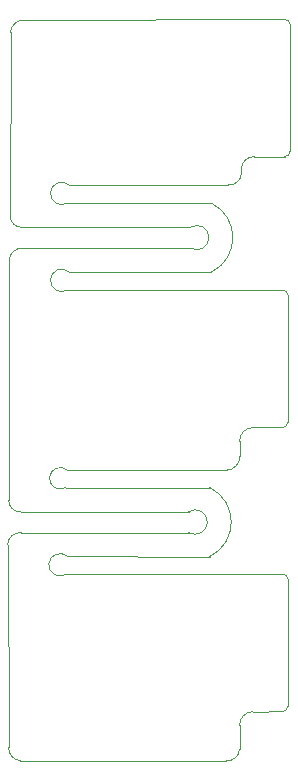
<source format=gbr>
%TF.GenerationSoftware,KiCad,Pcbnew,7.0.2*%
%TF.CreationDate,2024-09-11T13:34:27+02:00*%
%TF.ProjectId,column,636f6c75-6d6e-42e6-9b69-6361645f7063,rev?*%
%TF.SameCoordinates,Original*%
%TF.FileFunction,Profile,NP*%
%FSLAX46Y46*%
G04 Gerber Fmt 4.6, Leading zero omitted, Abs format (unit mm)*
G04 Created by KiCad (PCBNEW 7.0.2) date 2024-09-11 13:34:27*
%MOMM*%
%LPD*%
G01*
G04 APERTURE LIST*
%TA.AperFunction,Profile*%
%ADD10C,0.100000*%
%TD*%
G04 APERTURE END LIST*
D10*
X203403509Y-126502806D02*
X205923820Y-126498000D01*
X202285242Y-129674819D02*
X202273820Y-127673000D01*
X203403509Y-126502807D02*
G75*
G03*
X202273821Y-127673000I35353J-1164518D01*
G01*
X206389147Y-115324453D02*
G75*
G03*
X205915446Y-114875075I-450047J-47D01*
G01*
X206389097Y-115324453D02*
X206373198Y-126024349D01*
X205923820Y-126498019D02*
G75*
G03*
X206373197Y-126024349I-20J450019D01*
G01*
X203404689Y-102454806D02*
X205925000Y-102450000D01*
X202301180Y-104902000D02*
X202275000Y-103625000D01*
X203404689Y-102454807D02*
G75*
G03*
X202275001Y-103625000I35353J-1164518D01*
G01*
X206390276Y-91276453D02*
G75*
G03*
X205916626Y-90827076I-449999J0D01*
G01*
X206390277Y-91276453D02*
X206374378Y-101976349D01*
X205925000Y-102449999D02*
G75*
G03*
X206374377Y-101976349I0J449999D01*
G01*
X206565277Y-68351453D02*
X206549378Y-79051349D01*
X206565276Y-68351453D02*
G75*
G03*
X206091626Y-67902076I-449999J0D01*
G01*
X206100000Y-79524999D02*
G75*
G03*
X206549377Y-79051349I0J449999D01*
G01*
X203520125Y-79517777D02*
X206100000Y-79525000D01*
X202435730Y-80946814D02*
X202435730Y-80522756D01*
X203520125Y-79517777D02*
G75*
G03*
X202435730Y-80522756I-25814J-1059679D01*
G01*
X182720449Y-129540003D02*
G75*
G03*
X183725382Y-130659515I1059651J-59597D01*
G01*
X197983148Y-111350517D02*
G75*
G03*
X197983180Y-109572464I535152J889017D01*
G01*
X201298491Y-81926194D02*
X187836491Y-81926194D01*
X201171491Y-106072194D02*
X187701941Y-106072194D01*
X198117730Y-85493215D02*
X183870402Y-85508272D01*
X182865488Y-84508277D02*
G75*
G03*
X183870402Y-85508271I933212J-67123D01*
G01*
X182730833Y-108587517D02*
G75*
G03*
X183735852Y-109587520I933367J-66983D01*
G01*
X201148003Y-130679798D02*
X183725382Y-130659515D01*
X183782668Y-111350467D02*
G75*
G03*
X182645429Y-112366821I-64968J-1071733D01*
G01*
X199895718Y-89303191D02*
G75*
G03*
X199895730Y-83461215I-1446818J2920991D01*
G01*
X187701964Y-106072168D02*
G75*
G03*
X187569180Y-107540462I-603964J-685532D01*
G01*
X183917218Y-87271212D02*
G75*
G03*
X182779980Y-88287573I-64918J-1071788D01*
G01*
X182865423Y-84508272D02*
X182883491Y-68988194D01*
X201298490Y-81926202D02*
G75*
G03*
X202435729Y-80946814I100810J1032902D01*
G01*
X182645429Y-112366821D02*
X182720403Y-129540000D01*
X184020730Y-67983215D02*
X206091626Y-67902075D01*
X197983180Y-111350463D02*
X183782668Y-111350463D01*
X199761209Y-113382522D02*
G75*
G03*
X199761180Y-107540464I-1446809J2921022D01*
G01*
X201148008Y-130679734D02*
G75*
G03*
X202285242Y-129674819I76092J1059834D01*
G01*
X199895730Y-89303215D02*
X187836491Y-89281173D01*
X198117744Y-87271192D02*
G75*
G03*
X198117730Y-85493216I535056J888992D01*
G01*
X187836463Y-89281205D02*
G75*
G03*
X187703730Y-90816193I-623763J-719295D01*
G01*
X201171490Y-106072158D02*
G75*
G03*
X202301179Y-104902000I-35290J1164458D01*
G01*
X187836485Y-81926200D02*
G75*
G03*
X187703730Y-83461214I-623785J-719300D01*
G01*
X187569180Y-107540463D02*
X199761180Y-107540463D01*
X187703730Y-90816194D02*
X205916626Y-90827075D01*
X187703730Y-83461215D02*
X199895730Y-83461215D01*
X182779979Y-88287573D02*
X182730873Y-108587520D01*
X184020731Y-67983208D02*
G75*
G03*
X182883491Y-68988194I-76131J-1059792D01*
G01*
X198117730Y-87271215D02*
X183917218Y-87271215D01*
X187569180Y-114895442D02*
X205915446Y-114875075D01*
X187701969Y-113360389D02*
G75*
G03*
X187569180Y-114895442I-623769J-719311D01*
G01*
X197983180Y-109572463D02*
X183735852Y-109587520D01*
X199761180Y-113382463D02*
X187701941Y-113360421D01*
M02*

</source>
